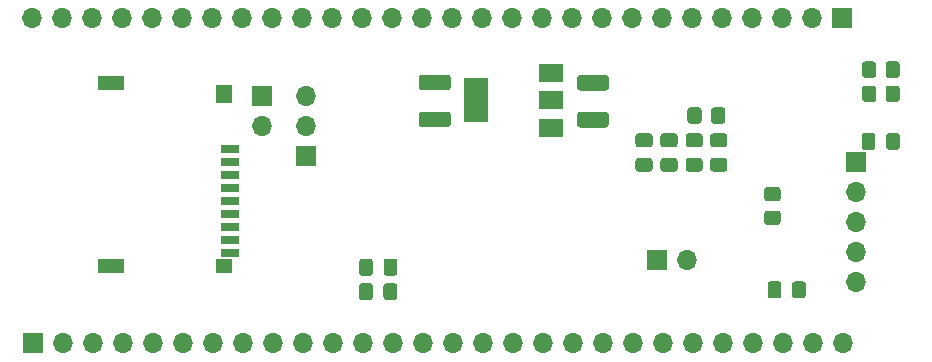
<source format=gbr>
%TF.GenerationSoftware,KiCad,Pcbnew,(5.1.10)-1*%
%TF.CreationDate,2021-08-29T21:18:51+07:00*%
%TF.ProjectId,stm32f405rgt6_Mini,73746d33-3266-4343-9035-726774365f4d,rev?*%
%TF.SameCoordinates,Original*%
%TF.FileFunction,Soldermask,Bot*%
%TF.FilePolarity,Negative*%
%FSLAX46Y46*%
G04 Gerber Fmt 4.6, Leading zero omitted, Abs format (unit mm)*
G04 Created by KiCad (PCBNEW (5.1.10)-1) date 2021-08-29 21:18:51*
%MOMM*%
%LPD*%
G01*
G04 APERTURE LIST*
%ADD10R,2.200000X1.200000*%
%ADD11R,1.400000X1.600000*%
%ADD12R,1.400000X1.200000*%
%ADD13R,1.600000X0.700000*%
%ADD14R,1.700000X1.700000*%
%ADD15O,1.700000X1.700000*%
%ADD16R,2.000000X3.800000*%
%ADD17R,2.000000X1.500000*%
G04 APERTURE END LIST*
%TO.C,C13*%
G36*
G01*
X128262400Y-91122080D02*
X127312400Y-91122080D01*
G75*
G02*
X127062400Y-90872080I0J250000D01*
G01*
X127062400Y-90197080D01*
G75*
G02*
X127312400Y-89947080I250000J0D01*
G01*
X128262400Y-89947080D01*
G75*
G02*
X128512400Y-90197080I0J-250000D01*
G01*
X128512400Y-90872080D01*
G75*
G02*
X128262400Y-91122080I-250000J0D01*
G01*
G37*
G36*
G01*
X128262400Y-93197080D02*
X127312400Y-93197080D01*
G75*
G02*
X127062400Y-92947080I0J250000D01*
G01*
X127062400Y-92272080D01*
G75*
G02*
X127312400Y-92022080I250000J0D01*
G01*
X128262400Y-92022080D01*
G75*
G02*
X128512400Y-92272080I0J-250000D01*
G01*
X128512400Y-92947080D01*
G75*
G02*
X128262400Y-93197080I-250000J0D01*
G01*
G37*
%TD*%
D10*
%TO.C,J4*%
X80537000Y-85696600D03*
X80537000Y-101196600D03*
D11*
X90137000Y-86596600D03*
D12*
X90137000Y-101196600D03*
D13*
X90637000Y-100046600D03*
X90637000Y-97846600D03*
X90637000Y-98946600D03*
X90637000Y-96746600D03*
X90637000Y-95646600D03*
X90637000Y-94546600D03*
X90637000Y-91246600D03*
X90637000Y-92346600D03*
X90637000Y-93446600D03*
%TD*%
%TO.C,C1*%
G36*
G01*
X102724800Y-100794800D02*
X102724800Y-101744800D01*
G75*
G02*
X102474800Y-101994800I-250000J0D01*
G01*
X101799800Y-101994800D01*
G75*
G02*
X101549800Y-101744800I0J250000D01*
G01*
X101549800Y-100794800D01*
G75*
G02*
X101799800Y-100544800I250000J0D01*
G01*
X102474800Y-100544800D01*
G75*
G02*
X102724800Y-100794800I0J-250000D01*
G01*
G37*
G36*
G01*
X104799800Y-100794800D02*
X104799800Y-101744800D01*
G75*
G02*
X104549800Y-101994800I-250000J0D01*
G01*
X103874800Y-101994800D01*
G75*
G02*
X103624800Y-101744800I0J250000D01*
G01*
X103624800Y-100794800D01*
G75*
G02*
X103874800Y-100544800I250000J0D01*
G01*
X104549800Y-100544800D01*
G75*
G02*
X104799800Y-100794800I0J-250000D01*
G01*
G37*
%TD*%
%TO.C,C3*%
G36*
G01*
X138206900Y-103667580D02*
X138206900Y-102717580D01*
G75*
G02*
X138456900Y-102467580I250000J0D01*
G01*
X139131900Y-102467580D01*
G75*
G02*
X139381900Y-102717580I0J-250000D01*
G01*
X139381900Y-103667580D01*
G75*
G02*
X139131900Y-103917580I-250000J0D01*
G01*
X138456900Y-103917580D01*
G75*
G02*
X138206900Y-103667580I0J250000D01*
G01*
G37*
G36*
G01*
X136131900Y-103667580D02*
X136131900Y-102717580D01*
G75*
G02*
X136381900Y-102467580I250000J0D01*
G01*
X137056900Y-102467580D01*
G75*
G02*
X137306900Y-102717580I0J-250000D01*
G01*
X137306900Y-103667580D01*
G75*
G02*
X137056900Y-103917580I-250000J0D01*
G01*
X136381900Y-103917580D01*
G75*
G02*
X136131900Y-103667580I0J250000D01*
G01*
G37*
%TD*%
%TO.C,C7*%
G36*
G01*
X106855078Y-88090580D02*
X109055082Y-88090580D01*
G75*
G02*
X109305080Y-88340578I0J-249998D01*
G01*
X109305080Y-89165582D01*
G75*
G02*
X109055082Y-89415580I-249998J0D01*
G01*
X106855078Y-89415580D01*
G75*
G02*
X106605080Y-89165582I0J249998D01*
G01*
X106605080Y-88340578D01*
G75*
G02*
X106855078Y-88090580I249998J0D01*
G01*
G37*
G36*
G01*
X106855078Y-84965580D02*
X109055082Y-84965580D01*
G75*
G02*
X109305080Y-85215578I0J-249998D01*
G01*
X109305080Y-86040582D01*
G75*
G02*
X109055082Y-86290580I-249998J0D01*
G01*
X106855078Y-86290580D01*
G75*
G02*
X106605080Y-86040582I0J249998D01*
G01*
X106605080Y-85215578D01*
G75*
G02*
X106855078Y-84965580I249998J0D01*
G01*
G37*
%TD*%
%TO.C,C8*%
G36*
G01*
X122448502Y-89446060D02*
X120248498Y-89446060D01*
G75*
G02*
X119998500Y-89196062I0J249998D01*
G01*
X119998500Y-88371058D01*
G75*
G02*
X120248498Y-88121060I249998J0D01*
G01*
X122448502Y-88121060D01*
G75*
G02*
X122698500Y-88371058I0J-249998D01*
G01*
X122698500Y-89196062D01*
G75*
G02*
X122448502Y-89446060I-249998J0D01*
G01*
G37*
G36*
G01*
X122448502Y-86321060D02*
X120248498Y-86321060D01*
G75*
G02*
X119998500Y-86071062I0J249998D01*
G01*
X119998500Y-85246058D01*
G75*
G02*
X120248498Y-84996060I249998J0D01*
G01*
X122448502Y-84996060D01*
G75*
G02*
X122698500Y-85246058I0J-249998D01*
G01*
X122698500Y-86071062D01*
G75*
G02*
X122448502Y-86321060I-249998J0D01*
G01*
G37*
%TD*%
%TO.C,C9*%
G36*
G01*
X131526260Y-89934380D02*
X132476260Y-89934380D01*
G75*
G02*
X132726260Y-90184380I0J-250000D01*
G01*
X132726260Y-90859380D01*
G75*
G02*
X132476260Y-91109380I-250000J0D01*
G01*
X131526260Y-91109380D01*
G75*
G02*
X131276260Y-90859380I0J250000D01*
G01*
X131276260Y-90184380D01*
G75*
G02*
X131526260Y-89934380I250000J0D01*
G01*
G37*
G36*
G01*
X131526260Y-92009380D02*
X132476260Y-92009380D01*
G75*
G02*
X132726260Y-92259380I0J-250000D01*
G01*
X132726260Y-92934380D01*
G75*
G02*
X132476260Y-93184380I-250000J0D01*
G01*
X131526260Y-93184380D01*
G75*
G02*
X131276260Y-92934380I0J250000D01*
G01*
X131276260Y-92259380D01*
G75*
G02*
X131526260Y-92009380I250000J0D01*
G01*
G37*
%TD*%
%TO.C,C10*%
G36*
G01*
X129438380Y-92019540D02*
X130388380Y-92019540D01*
G75*
G02*
X130638380Y-92269540I0J-250000D01*
G01*
X130638380Y-92944540D01*
G75*
G02*
X130388380Y-93194540I-250000J0D01*
G01*
X129438380Y-93194540D01*
G75*
G02*
X129188380Y-92944540I0J250000D01*
G01*
X129188380Y-92269540D01*
G75*
G02*
X129438380Y-92019540I250000J0D01*
G01*
G37*
G36*
G01*
X129438380Y-89944540D02*
X130388380Y-89944540D01*
G75*
G02*
X130638380Y-90194540I0J-250000D01*
G01*
X130638380Y-90869540D01*
G75*
G02*
X130388380Y-91119540I-250000J0D01*
G01*
X129438380Y-91119540D01*
G75*
G02*
X129188380Y-90869540I0J250000D01*
G01*
X129188380Y-90194540D01*
G75*
G02*
X129438380Y-89944540I250000J0D01*
G01*
G37*
%TD*%
%TO.C,C11*%
G36*
G01*
X145269800Y-90152200D02*
X145269800Y-91102200D01*
G75*
G02*
X145019800Y-91352200I-250000J0D01*
G01*
X144344800Y-91352200D01*
G75*
G02*
X144094800Y-91102200I0J250000D01*
G01*
X144094800Y-90152200D01*
G75*
G02*
X144344800Y-89902200I250000J0D01*
G01*
X145019800Y-89902200D01*
G75*
G02*
X145269800Y-90152200I0J-250000D01*
G01*
G37*
G36*
G01*
X147344800Y-90152200D02*
X147344800Y-91102200D01*
G75*
G02*
X147094800Y-91352200I-250000J0D01*
G01*
X146419800Y-91352200D01*
G75*
G02*
X146169800Y-91102200I0J250000D01*
G01*
X146169800Y-90152200D01*
G75*
G02*
X146419800Y-89902200I250000J0D01*
G01*
X147094800Y-89902200D01*
G75*
G02*
X147344800Y-90152200I0J-250000D01*
G01*
G37*
%TD*%
%TO.C,C12*%
G36*
G01*
X126151660Y-91119540D02*
X125201660Y-91119540D01*
G75*
G02*
X124951660Y-90869540I0J250000D01*
G01*
X124951660Y-90194540D01*
G75*
G02*
X125201660Y-89944540I250000J0D01*
G01*
X126151660Y-89944540D01*
G75*
G02*
X126401660Y-90194540I0J-250000D01*
G01*
X126401660Y-90869540D01*
G75*
G02*
X126151660Y-91119540I-250000J0D01*
G01*
G37*
G36*
G01*
X126151660Y-93194540D02*
X125201660Y-93194540D01*
G75*
G02*
X124951660Y-92944540I0J250000D01*
G01*
X124951660Y-92269540D01*
G75*
G02*
X125201660Y-92019540I250000J0D01*
G01*
X126151660Y-92019540D01*
G75*
G02*
X126401660Y-92269540I0J-250000D01*
G01*
X126401660Y-92944540D01*
G75*
G02*
X126151660Y-93194540I-250000J0D01*
G01*
G37*
%TD*%
%TO.C,C15*%
G36*
G01*
X102714640Y-102869980D02*
X102714640Y-103819980D01*
G75*
G02*
X102464640Y-104069980I-250000J0D01*
G01*
X101789640Y-104069980D01*
G75*
G02*
X101539640Y-103819980I0J250000D01*
G01*
X101539640Y-102869980D01*
G75*
G02*
X101789640Y-102619980I250000J0D01*
G01*
X102464640Y-102619980D01*
G75*
G02*
X102714640Y-102869980I0J-250000D01*
G01*
G37*
G36*
G01*
X104789640Y-102869980D02*
X104789640Y-103819980D01*
G75*
G02*
X104539640Y-104069980I-250000J0D01*
G01*
X103864640Y-104069980D01*
G75*
G02*
X103614640Y-103819980I0J250000D01*
G01*
X103614640Y-102869980D01*
G75*
G02*
X103864640Y-102619980I250000J0D01*
G01*
X104539640Y-102619980D01*
G75*
G02*
X104789640Y-102869980I0J-250000D01*
G01*
G37*
%TD*%
D14*
%TO.C,SWD PROG*%
X143654780Y-92351860D03*
D15*
X143654780Y-94891860D03*
X143654780Y-97431860D03*
X143654780Y-99971860D03*
X143654780Y-102511860D03*
%TD*%
%TO.C,VBat*%
X129273300Y-100647500D03*
D14*
X126733300Y-100647500D03*
%TD*%
%TO.C,5V_IN*%
X93345000Y-86817200D03*
D15*
X93345000Y-89357200D03*
%TD*%
%TO.C,R3*%
G36*
G01*
X145332500Y-84098979D02*
X145332500Y-84998981D01*
G75*
G02*
X145082501Y-85248980I-249999J0D01*
G01*
X144382499Y-85248980D01*
G75*
G02*
X144132500Y-84998981I0J249999D01*
G01*
X144132500Y-84098979D01*
G75*
G02*
X144382499Y-83848980I249999J0D01*
G01*
X145082501Y-83848980D01*
G75*
G02*
X145332500Y-84098979I0J-249999D01*
G01*
G37*
G36*
G01*
X147332500Y-84098979D02*
X147332500Y-84998981D01*
G75*
G02*
X147082501Y-85248980I-249999J0D01*
G01*
X146382499Y-85248980D01*
G75*
G02*
X146132500Y-84998981I0J249999D01*
G01*
X146132500Y-84098979D01*
G75*
G02*
X146382499Y-83848980I249999J0D01*
G01*
X147082501Y-83848980D01*
G75*
G02*
X147332500Y-84098979I0J-249999D01*
G01*
G37*
%TD*%
%TO.C,R8*%
G36*
G01*
X132552240Y-87982639D02*
X132552240Y-88882641D01*
G75*
G02*
X132302241Y-89132640I-249999J0D01*
G01*
X131602239Y-89132640D01*
G75*
G02*
X131352240Y-88882641I0J249999D01*
G01*
X131352240Y-87982639D01*
G75*
G02*
X131602239Y-87732640I249999J0D01*
G01*
X132302241Y-87732640D01*
G75*
G02*
X132552240Y-87982639I0J-249999D01*
G01*
G37*
G36*
G01*
X130552240Y-87982639D02*
X130552240Y-88882641D01*
G75*
G02*
X130302241Y-89132640I-249999J0D01*
G01*
X129602239Y-89132640D01*
G75*
G02*
X129352240Y-88882641I0J249999D01*
G01*
X129352240Y-87982639D01*
G75*
G02*
X129602239Y-87732640I249999J0D01*
G01*
X130302241Y-87732640D01*
G75*
G02*
X130552240Y-87982639I0J-249999D01*
G01*
G37*
%TD*%
%TO.C,R10*%
G36*
G01*
X147332500Y-86138599D02*
X147332500Y-87038601D01*
G75*
G02*
X147082501Y-87288600I-249999J0D01*
G01*
X146382499Y-87288600D01*
G75*
G02*
X146132500Y-87038601I0J249999D01*
G01*
X146132500Y-86138599D01*
G75*
G02*
X146382499Y-85888600I249999J0D01*
G01*
X147082501Y-85888600D01*
G75*
G02*
X147332500Y-86138599I0J-249999D01*
G01*
G37*
G36*
G01*
X145332500Y-86138599D02*
X145332500Y-87038601D01*
G75*
G02*
X145082501Y-87288600I-249999J0D01*
G01*
X144382499Y-87288600D01*
G75*
G02*
X144132500Y-87038601I0J249999D01*
G01*
X144132500Y-86138599D01*
G75*
G02*
X144382499Y-85888600I249999J0D01*
G01*
X145082501Y-85888600D01*
G75*
G02*
X145332500Y-86138599I0J-249999D01*
G01*
G37*
%TD*%
D16*
%TO.C,AMS1117-3.3*%
X111480200Y-87147400D03*
D17*
X117780200Y-87147400D03*
X117780200Y-89447400D03*
X117780200Y-84847400D03*
%TD*%
%TO.C,R7*%
G36*
G01*
X137000401Y-97688200D02*
X136100399Y-97688200D01*
G75*
G02*
X135850400Y-97438201I0J249999D01*
G01*
X135850400Y-96738199D01*
G75*
G02*
X136100399Y-96488200I249999J0D01*
G01*
X137000401Y-96488200D01*
G75*
G02*
X137250400Y-96738199I0J-249999D01*
G01*
X137250400Y-97438201D01*
G75*
G02*
X137000401Y-97688200I-249999J0D01*
G01*
G37*
G36*
G01*
X137000401Y-95688200D02*
X136100399Y-95688200D01*
G75*
G02*
X135850400Y-95438201I0J249999D01*
G01*
X135850400Y-94738199D01*
G75*
G02*
X136100399Y-94488200I249999J0D01*
G01*
X137000401Y-94488200D01*
G75*
G02*
X137250400Y-94738199I0J-249999D01*
G01*
X137250400Y-95438201D01*
G75*
G02*
X137000401Y-95688200I-249999J0D01*
G01*
G37*
%TD*%
D14*
%TO.C,BOOT0*%
X97053400Y-91871800D03*
D15*
X97053400Y-89331800D03*
X97053400Y-86791800D03*
%TD*%
D14*
%TO.C,.*%
X142458440Y-80203040D03*
D15*
X139918440Y-80203040D03*
X137378440Y-80203040D03*
X134838440Y-80203040D03*
X132298440Y-80203040D03*
X129758440Y-80203040D03*
X127218440Y-80203040D03*
X124678440Y-80203040D03*
X122138440Y-80203040D03*
X119598440Y-80203040D03*
X117058440Y-80203040D03*
X114518440Y-80203040D03*
X111978440Y-80203040D03*
X109438440Y-80203040D03*
X106898440Y-80203040D03*
X104358440Y-80203040D03*
X101818440Y-80203040D03*
X99278440Y-80203040D03*
X96738440Y-80203040D03*
X94198440Y-80203040D03*
X91658440Y-80203040D03*
X89118440Y-80203040D03*
X86578440Y-80203040D03*
X84038440Y-80203040D03*
X81498440Y-80203040D03*
X78958440Y-80203040D03*
X76418440Y-80203040D03*
X73878440Y-80203040D03*
%TD*%
%TO.C,.*%
X142504160Y-107716320D03*
X139964160Y-107716320D03*
X137424160Y-107716320D03*
X134884160Y-107716320D03*
X132344160Y-107716320D03*
X129804160Y-107716320D03*
X127264160Y-107716320D03*
X124724160Y-107716320D03*
X122184160Y-107716320D03*
X119644160Y-107716320D03*
X117104160Y-107716320D03*
X114564160Y-107716320D03*
X112024160Y-107716320D03*
X109484160Y-107716320D03*
X106944160Y-107716320D03*
X104404160Y-107716320D03*
X101864160Y-107716320D03*
X99324160Y-107716320D03*
X96784160Y-107716320D03*
X94244160Y-107716320D03*
X91704160Y-107716320D03*
X89164160Y-107716320D03*
X86624160Y-107716320D03*
X84084160Y-107716320D03*
X81544160Y-107716320D03*
X79004160Y-107716320D03*
X76464160Y-107716320D03*
D14*
X73924160Y-107716320D03*
%TD*%
M02*

</source>
